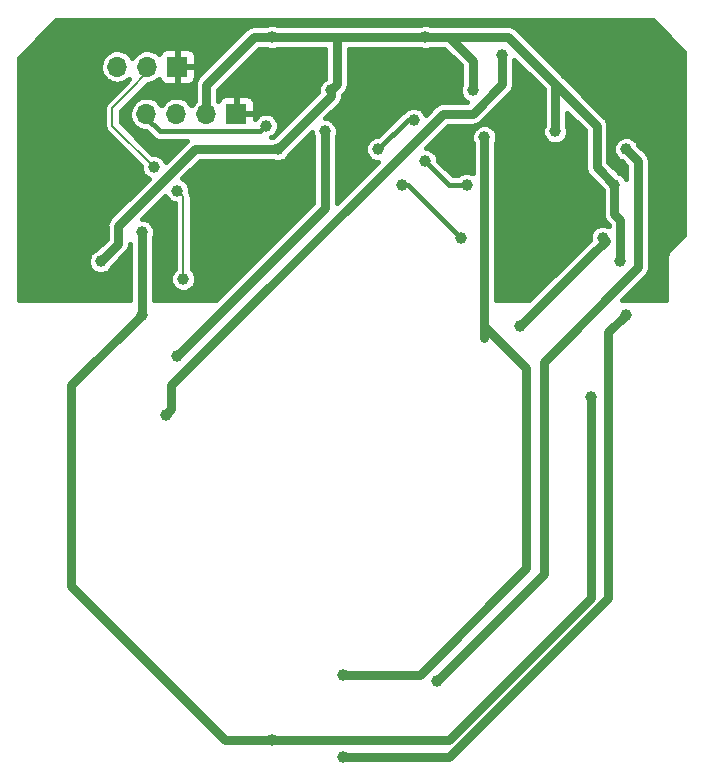
<source format=gbl>
G04 #@! TF.GenerationSoftware,KiCad,Pcbnew,(5.99.0-490-gc7ce93e10)*
G04 #@! TF.CreationDate,2019-12-10T12:24:38+01:00*
G04 #@! TF.ProjectId,Led,4c65642e-6b69-4636-9164-5f7063625858,rev?*
G04 #@! TF.SameCoordinates,Original*
G04 #@! TF.FileFunction,Copper,L2,Bot*
G04 #@! TF.FilePolarity,Positive*
%FSLAX46Y46*%
G04 Gerber Fmt 4.6, Leading zero omitted, Abs format (unit mm)*
G04 Created by KiCad (PCBNEW (5.99.0-490-gc7ce93e10)) date 2019-12-10 12:24:38*
%MOMM*%
%LPD*%
G04 APERTURE LIST*
%ADD10R,1.700000X1.700000*%
%ADD11O,1.700000X1.700000*%
%ADD12C,1.000000*%
%ADD13C,0.200000*%
%ADD14C,0.400000*%
%ADD15C,0.800000*%
G04 APERTURE END LIST*
D10*
X47000000Y-29000000D03*
D11*
X44460000Y-29000000D03*
X41920000Y-29000000D03*
D10*
X52000000Y-33000000D03*
D11*
X49460000Y-33000000D03*
X46920000Y-33000000D03*
X44380000Y-33000000D03*
D12*
X45000000Y-37500000D03*
X47000000Y-39500000D03*
X47500000Y-47000000D03*
X46500000Y-48000000D03*
X52000000Y-46000000D03*
X68000000Y-37000000D03*
X71500000Y-39000000D03*
X67000000Y-33500000D03*
X64000000Y-36000000D03*
X54500000Y-34000000D03*
X55000000Y-86000000D03*
X44000000Y-50000000D03*
X82000000Y-57000000D03*
X44000000Y-43000000D03*
X76000000Y-51000000D03*
X83000000Y-43500000D03*
X69000000Y-81000000D03*
X85000000Y-36000000D03*
X47000000Y-53500000D03*
X59500000Y-34500000D03*
X73000000Y-35000000D03*
X61000000Y-80500000D03*
X46000000Y-58500000D03*
X74500000Y-28000000D03*
X68000000Y-26500000D03*
X79000000Y-34500000D03*
X72000000Y-31000000D03*
X60000000Y-31000000D03*
X84000000Y-39000000D03*
X55500000Y-36000000D03*
X85000000Y-50000000D03*
X84500000Y-45500000D03*
X40500000Y-45500000D03*
X61000000Y-87500000D03*
X55000000Y-26500000D03*
X71000000Y-43500000D03*
X66000000Y-39000000D03*
X76500000Y-38500000D03*
X70500000Y-35500000D03*
X66500000Y-31500000D03*
D13*
X43000000Y-31000000D02*
X43000000Y-30960000D01*
X43000000Y-30960000D02*
X44460000Y-29500000D01*
X41500000Y-34000000D02*
X41500000Y-32500000D01*
X45000000Y-37500000D02*
X41500000Y-34000000D01*
X41500000Y-32500000D02*
X43000000Y-31000000D01*
X47500000Y-40000000D02*
X47000000Y-39500000D01*
X47500000Y-47000000D02*
X47500000Y-40000000D01*
X50000000Y-48000000D02*
X46500000Y-48000000D01*
X52000000Y-46000000D02*
X50000000Y-48000000D01*
D14*
X68000000Y-37000000D02*
X70000000Y-39000000D01*
X70000000Y-39000000D02*
X71500000Y-39000000D01*
X66500000Y-33500000D02*
X64000000Y-36000000D01*
X66500000Y-33500000D02*
X67000000Y-33500000D01*
X54000000Y-34500000D02*
X54500000Y-34000000D01*
X45500000Y-34500000D02*
X54000000Y-34500000D01*
X44380000Y-33380000D02*
X45500000Y-34500000D01*
X44380000Y-33000000D02*
X44380000Y-33380000D01*
D15*
X51000000Y-86000000D02*
X38000000Y-73000000D01*
X38000000Y-73000000D02*
X38000000Y-56000000D01*
X38000000Y-56000000D02*
X44000000Y-50000000D01*
X55000000Y-86000000D02*
X51000000Y-86000000D01*
X70000000Y-86000000D02*
X82000000Y-74000000D01*
X82000000Y-74000000D02*
X82000000Y-57000000D01*
X55000000Y-86000000D02*
X70000000Y-86000000D01*
X44000000Y-43000000D02*
X44000000Y-50000000D01*
X76000000Y-51000000D02*
X82000000Y-45000000D01*
X83000000Y-43500000D02*
X83250000Y-43750000D01*
X83250000Y-43750000D02*
X82000000Y-45000000D01*
X86000000Y-44000000D02*
X86000000Y-40000000D01*
X78000000Y-72000000D02*
X78000000Y-54000000D01*
X69000000Y-81000000D02*
X78000000Y-72000000D01*
X86000000Y-37000000D02*
X85000000Y-36000000D01*
X86000000Y-40000000D02*
X86000000Y-37000000D01*
X86000000Y-46000000D02*
X86000000Y-44000000D01*
X78000000Y-54000000D02*
X86000000Y-46000000D01*
X59500000Y-41000000D02*
X47500000Y-53000000D01*
X59500000Y-40000000D02*
X59500000Y-41000000D01*
X59500000Y-34500000D02*
X59500000Y-40000000D01*
X47500000Y-53000000D02*
X47000000Y-53500000D01*
X73000000Y-50000000D02*
X73000000Y-52000000D01*
X73000000Y-35000000D02*
X73000000Y-50000000D01*
X73000000Y-51000000D02*
X76500000Y-54500000D01*
X76500000Y-54500000D02*
X76500000Y-71500000D01*
X76500000Y-71500000D02*
X67500000Y-80500000D01*
X67500000Y-80500000D02*
X61000000Y-80500000D01*
X73000000Y-50000000D02*
X73000000Y-51000000D01*
X46000000Y-58500000D02*
X46500000Y-58000000D01*
X46500000Y-58000000D02*
X46500000Y-56000000D01*
X46500000Y-56000000D02*
X69500000Y-33000000D01*
X69500000Y-33000000D02*
X72000000Y-33000000D01*
X72000000Y-33000000D02*
X74500000Y-30500000D01*
X74500000Y-30500000D02*
X74500000Y-28000000D01*
X75000000Y-26500000D02*
X79000000Y-30500000D01*
X70000000Y-26500000D02*
X75000000Y-26500000D01*
X60500000Y-26500000D02*
X68000000Y-26500000D01*
X68000000Y-26500000D02*
X70000000Y-26500000D01*
X79000000Y-30500000D02*
X79000000Y-34500000D01*
X60500000Y-30500000D02*
X60000000Y-31000000D01*
X60500000Y-26500000D02*
X60500000Y-30500000D01*
X84000000Y-39000000D02*
X82500000Y-37500000D01*
X82500000Y-37500000D02*
X82500000Y-34000000D01*
X82500000Y-34000000D02*
X79000000Y-30500000D01*
X55500000Y-36000000D02*
X60000000Y-31500000D01*
X60000000Y-31500000D02*
X60000000Y-31000000D01*
X70000000Y-87500000D02*
X83500000Y-74000000D01*
X83500000Y-74000000D02*
X83500000Y-51500000D01*
X83500000Y-51500000D02*
X85000000Y-50000000D01*
X84000000Y-41500000D02*
X84500000Y-42000000D01*
X84500000Y-42000000D02*
X84500000Y-45500000D01*
X84000000Y-39000000D02*
X84000000Y-41500000D01*
X40500000Y-45500000D02*
X42000000Y-44000000D01*
X42000000Y-44000000D02*
X42000000Y-42500000D01*
X42000000Y-42500000D02*
X48500000Y-36000000D01*
X48500000Y-36000000D02*
X55500000Y-36000000D01*
X61000000Y-87500000D02*
X70000000Y-87500000D01*
X49460000Y-30540000D02*
X53500000Y-26500000D01*
X53500000Y-26500000D02*
X55000000Y-26500000D01*
X55000000Y-26500000D02*
X60500000Y-26500000D01*
X49460000Y-33000000D02*
X49460000Y-30540000D01*
X72000000Y-28500000D02*
X70000000Y-26500000D01*
X72000000Y-31000000D02*
X72000000Y-28500000D01*
D14*
X71000000Y-43500000D02*
X66500000Y-39000000D01*
X66500000Y-39000000D02*
X66000000Y-39000000D01*
G36*
X89901001Y-27748115D02*
G01*
X89901000Y-43251887D01*
X88509360Y-44643527D01*
X88487690Y-44686055D01*
X88459634Y-44724672D01*
X88444885Y-44770065D01*
X88423217Y-44812591D01*
X88415750Y-44859731D01*
X88401000Y-44905129D01*
X88401000Y-45095646D01*
X88401001Y-45095649D01*
X88401001Y-48801000D01*
X84611798Y-48801000D01*
X86690761Y-46722038D01*
X86776970Y-46642765D01*
X86824260Y-46566493D01*
X86878513Y-46495017D01*
X86896068Y-46450679D01*
X86925137Y-46403796D01*
X86937316Y-46346499D01*
X86979272Y-46240533D01*
X87007880Y-45968326D01*
X86999000Y-45915825D01*
X86999000Y-37022094D01*
X87003904Y-36905102D01*
X86983412Y-36817738D01*
X86971233Y-36728827D01*
X86952291Y-36685055D01*
X86939697Y-36631356D01*
X86907797Y-36582234D01*
X86862532Y-36477632D01*
X86690283Y-36264923D01*
X86646872Y-36234073D01*
X86037100Y-35624302D01*
X86024105Y-35575802D01*
X85879419Y-35325198D01*
X85674802Y-35120581D01*
X85424198Y-34975896D01*
X85144686Y-34901000D01*
X84855314Y-34901000D01*
X84575802Y-34975896D01*
X84325198Y-35120581D01*
X84120581Y-35325198D01*
X83975896Y-35575802D01*
X83901000Y-35855314D01*
X83901000Y-36144686D01*
X83975896Y-36424198D01*
X84120581Y-36674802D01*
X84325198Y-36879419D01*
X84575801Y-37024104D01*
X84624302Y-37037100D01*
X85001001Y-37413799D01*
X85001001Y-38535785D01*
X84879419Y-38325198D01*
X84674802Y-38120581D01*
X84424198Y-37975895D01*
X84375699Y-37962900D01*
X83499000Y-37086202D01*
X83499000Y-34022069D01*
X83503903Y-33905102D01*
X83483414Y-33817746D01*
X83471234Y-33728829D01*
X83452293Y-33685056D01*
X83439696Y-33631353D01*
X83407795Y-33582229D01*
X83362532Y-33477632D01*
X83190283Y-33264923D01*
X83146872Y-33234073D01*
X79743762Y-29830964D01*
X79690283Y-29764923D01*
X79646872Y-29734073D01*
X75722054Y-25809256D01*
X75642765Y-25723030D01*
X75566488Y-25675736D01*
X75495016Y-25621485D01*
X75450673Y-25603929D01*
X75403796Y-25574863D01*
X75346501Y-25562684D01*
X75240531Y-25520728D01*
X74968327Y-25492119D01*
X74915819Y-25501000D01*
X70052827Y-25501000D01*
X69968327Y-25492119D01*
X69915819Y-25501000D01*
X68467680Y-25501000D01*
X68424198Y-25475896D01*
X68144686Y-25401000D01*
X67855314Y-25401000D01*
X67575802Y-25475896D01*
X67532320Y-25501000D01*
X60537321Y-25501000D01*
X60436683Y-25493610D01*
X60400032Y-25501000D01*
X55467680Y-25501000D01*
X55424198Y-25475896D01*
X55144686Y-25401000D01*
X54855314Y-25401000D01*
X54575802Y-25475896D01*
X54532320Y-25501000D01*
X53522094Y-25501000D01*
X53405102Y-25496096D01*
X53317738Y-25516588D01*
X53228827Y-25528767D01*
X53185055Y-25547709D01*
X53131356Y-25560303D01*
X53082234Y-25592203D01*
X52977632Y-25637468D01*
X52764923Y-25809717D01*
X52734073Y-25853128D01*
X48769244Y-29817958D01*
X48683031Y-29897235D01*
X48635750Y-29973493D01*
X48581486Y-30044984D01*
X48563929Y-30089327D01*
X48534864Y-30136205D01*
X48522686Y-30193494D01*
X48480729Y-30299469D01*
X48452119Y-30571673D01*
X48461001Y-30624187D01*
X48461000Y-31950024D01*
X48383953Y-32020872D01*
X48227571Y-32226898D01*
X48189965Y-32300704D01*
X48101454Y-32151039D01*
X47932444Y-31955239D01*
X47731431Y-31792462D01*
X47504770Y-31667855D01*
X47259626Y-31585354D01*
X47003747Y-31547569D01*
X46745220Y-31555694D01*
X46492217Y-31609471D01*
X46252737Y-31707201D01*
X46034348Y-31845795D01*
X45843953Y-32020872D01*
X45687571Y-32226898D01*
X45649965Y-32300704D01*
X45561454Y-32151039D01*
X45392444Y-31955239D01*
X45191431Y-31792462D01*
X44964770Y-31667855D01*
X44719626Y-31585354D01*
X44463747Y-31547569D01*
X44205220Y-31555694D01*
X43952217Y-31609471D01*
X43712737Y-31707201D01*
X43494348Y-31845795D01*
X43303953Y-32020872D01*
X43147571Y-32226898D01*
X43030144Y-32457361D01*
X42955384Y-32704976D01*
X42925655Y-32961917D01*
X42941897Y-33220061D01*
X43003595Y-33471249D01*
X43108798Y-33707541D01*
X43254184Y-33921470D01*
X43435155Y-34106271D01*
X43645992Y-34256105D01*
X43880029Y-34366235D01*
X44129870Y-34433179D01*
X44319116Y-34449071D01*
X44867825Y-34997781D01*
X45024505Y-35154462D01*
X45081232Y-35183366D01*
X45132739Y-35220787D01*
X45193288Y-35240461D01*
X45250018Y-35269366D01*
X45312903Y-35279327D01*
X45373450Y-35298999D01*
X45436303Y-35298999D01*
X45436309Y-35299000D01*
X47778157Y-35299000D01*
X47764923Y-35309717D01*
X47734071Y-35353131D01*
X46019454Y-37067748D01*
X45879419Y-36825198D01*
X45674802Y-36620581D01*
X45424198Y-36475896D01*
X45144686Y-36401000D01*
X44889535Y-36401000D01*
X42199000Y-33710466D01*
X42199000Y-32789534D01*
X43472690Y-31515845D01*
X43543726Y-31456240D01*
X43590097Y-31375922D01*
X43630935Y-31317599D01*
X44496435Y-30452099D01*
X44725124Y-30430481D01*
X44974250Y-30360924D01*
X45207122Y-30248350D01*
X45416378Y-30096316D01*
X45477160Y-30032934D01*
X45522471Y-30202038D01*
X45688538Y-30399949D01*
X45904461Y-30524612D01*
X46132590Y-30564837D01*
X46945000Y-30564837D01*
X46945000Y-29055000D01*
X47055000Y-29055000D01*
X47055000Y-30564837D01*
X47876199Y-30564837D01*
X48202038Y-30477529D01*
X48399949Y-30311462D01*
X48524612Y-30095539D01*
X48564837Y-29867410D01*
X48564837Y-29055000D01*
X47055000Y-29055000D01*
X46945000Y-29055000D01*
X46945000Y-27435163D01*
X47055000Y-27435163D01*
X47055000Y-28945000D01*
X48564837Y-28945000D01*
X48564837Y-28123801D01*
X48477529Y-27797963D01*
X48311462Y-27600052D01*
X48095539Y-27475388D01*
X47867410Y-27435163D01*
X47055000Y-27435163D01*
X46945000Y-27435163D01*
X46123801Y-27435163D01*
X45797963Y-27522471D01*
X45600052Y-27688538D01*
X45475388Y-27904461D01*
X45467185Y-27950981D01*
X45271431Y-27792462D01*
X45044770Y-27667855D01*
X44799626Y-27585354D01*
X44543747Y-27547569D01*
X44285220Y-27555694D01*
X44032217Y-27609471D01*
X43792737Y-27707201D01*
X43574348Y-27845795D01*
X43383953Y-28020872D01*
X43227571Y-28226898D01*
X43189965Y-28300704D01*
X43101454Y-28151039D01*
X42932444Y-27955239D01*
X42731431Y-27792462D01*
X42504770Y-27667855D01*
X42259626Y-27585354D01*
X42003747Y-27547569D01*
X41745220Y-27555694D01*
X41492217Y-27609471D01*
X41252737Y-27707201D01*
X41034348Y-27845795D01*
X40843953Y-28020872D01*
X40687571Y-28226898D01*
X40570144Y-28457361D01*
X40495384Y-28704976D01*
X40465655Y-28961917D01*
X40481897Y-29220061D01*
X40543595Y-29471249D01*
X40648798Y-29707541D01*
X40794184Y-29921470D01*
X40975155Y-30106271D01*
X41185992Y-30256105D01*
X41420029Y-30366235D01*
X41669870Y-30433179D01*
X41927617Y-30454823D01*
X42185124Y-30430481D01*
X42434250Y-30360924D01*
X42667122Y-30248350D01*
X42871887Y-30099579D01*
X42527316Y-30444150D01*
X42456274Y-30503760D01*
X42409904Y-30584077D01*
X42369066Y-30642399D01*
X41027317Y-31984149D01*
X40956276Y-32043760D01*
X40909910Y-32124068D01*
X40856719Y-32200033D01*
X40848636Y-32230199D01*
X40833023Y-32257240D01*
X40816920Y-32348561D01*
X40792918Y-32438139D01*
X40801001Y-32530528D01*
X40801000Y-33969484D01*
X40792918Y-34061862D01*
X40816920Y-34151436D01*
X40833022Y-34242759D01*
X40848636Y-34269802D01*
X40856718Y-34299965D01*
X40909901Y-34375919D01*
X40956274Y-34456240D01*
X41027318Y-34515852D01*
X43901000Y-37389535D01*
X43901000Y-37644686D01*
X43975896Y-37924198D01*
X44120581Y-38174802D01*
X44325198Y-38379419D01*
X44567748Y-38519454D01*
X41309245Y-41777957D01*
X41223031Y-41857235D01*
X41175750Y-41933493D01*
X41121486Y-42004984D01*
X41103929Y-42049327D01*
X41074864Y-42096205D01*
X41062686Y-42153494D01*
X41020729Y-42259469D01*
X40992119Y-42531673D01*
X41001001Y-42584187D01*
X41001000Y-43586201D01*
X40124302Y-44462900D01*
X40075802Y-44475895D01*
X39825198Y-44620581D01*
X39620581Y-44825198D01*
X39475896Y-45075802D01*
X39401000Y-45355314D01*
X39401000Y-45644686D01*
X39475896Y-45924198D01*
X39620581Y-46174802D01*
X39825198Y-46379419D01*
X40075802Y-46524104D01*
X40355314Y-46599000D01*
X40644686Y-46599000D01*
X40924198Y-46524104D01*
X41174802Y-46379419D01*
X41379419Y-46174802D01*
X41524104Y-45924198D01*
X41537100Y-45875697D01*
X42690746Y-44722051D01*
X42776970Y-44642766D01*
X42824259Y-44566494D01*
X42878513Y-44495018D01*
X42896068Y-44450678D01*
X42925137Y-44403796D01*
X42937316Y-44346499D01*
X42979272Y-44240533D01*
X43001000Y-44033789D01*
X43001001Y-48801000D01*
X33599000Y-48801000D01*
X33599000Y-28248113D01*
X36748113Y-25099000D01*
X87251887Y-25099000D01*
X89901001Y-27748115D01*
G37*
X89901001Y-27748115D02*
X89901000Y-43251887D01*
X88509360Y-44643527D01*
X88487690Y-44686055D01*
X88459634Y-44724672D01*
X88444885Y-44770065D01*
X88423217Y-44812591D01*
X88415750Y-44859731D01*
X88401000Y-44905129D01*
X88401000Y-45095646D01*
X88401001Y-45095649D01*
X88401001Y-48801000D01*
X84611798Y-48801000D01*
X86690761Y-46722038D01*
X86776970Y-46642765D01*
X86824260Y-46566493D01*
X86878513Y-46495017D01*
X86896068Y-46450679D01*
X86925137Y-46403796D01*
X86937316Y-46346499D01*
X86979272Y-46240533D01*
X87007880Y-45968326D01*
X86999000Y-45915825D01*
X86999000Y-37022094D01*
X87003904Y-36905102D01*
X86983412Y-36817738D01*
X86971233Y-36728827D01*
X86952291Y-36685055D01*
X86939697Y-36631356D01*
X86907797Y-36582234D01*
X86862532Y-36477632D01*
X86690283Y-36264923D01*
X86646872Y-36234073D01*
X86037100Y-35624302D01*
X86024105Y-35575802D01*
X85879419Y-35325198D01*
X85674802Y-35120581D01*
X85424198Y-34975896D01*
X85144686Y-34901000D01*
X84855314Y-34901000D01*
X84575802Y-34975896D01*
X84325198Y-35120581D01*
X84120581Y-35325198D01*
X83975896Y-35575802D01*
X83901000Y-35855314D01*
X83901000Y-36144686D01*
X83975896Y-36424198D01*
X84120581Y-36674802D01*
X84325198Y-36879419D01*
X84575801Y-37024104D01*
X84624302Y-37037100D01*
X85001001Y-37413799D01*
X85001001Y-38535785D01*
X84879419Y-38325198D01*
X84674802Y-38120581D01*
X84424198Y-37975895D01*
X84375699Y-37962900D01*
X83499000Y-37086202D01*
X83499000Y-34022069D01*
X83503903Y-33905102D01*
X83483414Y-33817746D01*
X83471234Y-33728829D01*
X83452293Y-33685056D01*
X83439696Y-33631353D01*
X83407795Y-33582229D01*
X83362532Y-33477632D01*
X83190283Y-33264923D01*
X83146872Y-33234073D01*
X79743762Y-29830964D01*
X79690283Y-29764923D01*
X79646872Y-29734073D01*
X75722054Y-25809256D01*
X75642765Y-25723030D01*
X75566488Y-25675736D01*
X75495016Y-25621485D01*
X75450673Y-25603929D01*
X75403796Y-25574863D01*
X75346501Y-25562684D01*
X75240531Y-25520728D01*
X74968327Y-25492119D01*
X74915819Y-25501000D01*
X70052827Y-25501000D01*
X69968327Y-25492119D01*
X69915819Y-25501000D01*
X68467680Y-25501000D01*
X68424198Y-25475896D01*
X68144686Y-25401000D01*
X67855314Y-25401000D01*
X67575802Y-25475896D01*
X67532320Y-25501000D01*
X60537321Y-25501000D01*
X60436683Y-25493610D01*
X60400032Y-25501000D01*
X55467680Y-25501000D01*
X55424198Y-25475896D01*
X55144686Y-25401000D01*
X54855314Y-25401000D01*
X54575802Y-25475896D01*
X54532320Y-25501000D01*
X53522094Y-25501000D01*
X53405102Y-25496096D01*
X53317738Y-25516588D01*
X53228827Y-25528767D01*
X53185055Y-25547709D01*
X53131356Y-25560303D01*
X53082234Y-25592203D01*
X52977632Y-25637468D01*
X52764923Y-25809717D01*
X52734073Y-25853128D01*
X48769244Y-29817958D01*
X48683031Y-29897235D01*
X48635750Y-29973493D01*
X48581486Y-30044984D01*
X48563929Y-30089327D01*
X48534864Y-30136205D01*
X48522686Y-30193494D01*
X48480729Y-30299469D01*
X48452119Y-30571673D01*
X48461001Y-30624187D01*
X48461000Y-31950024D01*
X48383953Y-32020872D01*
X48227571Y-32226898D01*
X48189965Y-32300704D01*
X48101454Y-32151039D01*
X47932444Y-31955239D01*
X47731431Y-31792462D01*
X47504770Y-31667855D01*
X47259626Y-31585354D01*
X47003747Y-31547569D01*
X46745220Y-31555694D01*
X46492217Y-31609471D01*
X46252737Y-31707201D01*
X46034348Y-31845795D01*
X45843953Y-32020872D01*
X45687571Y-32226898D01*
X45649965Y-32300704D01*
X45561454Y-32151039D01*
X45392444Y-31955239D01*
X45191431Y-31792462D01*
X44964770Y-31667855D01*
X44719626Y-31585354D01*
X44463747Y-31547569D01*
X44205220Y-31555694D01*
X43952217Y-31609471D01*
X43712737Y-31707201D01*
X43494348Y-31845795D01*
X43303953Y-32020872D01*
X43147571Y-32226898D01*
X43030144Y-32457361D01*
X42955384Y-32704976D01*
X42925655Y-32961917D01*
X42941897Y-33220061D01*
X43003595Y-33471249D01*
X43108798Y-33707541D01*
X43254184Y-33921470D01*
X43435155Y-34106271D01*
X43645992Y-34256105D01*
X43880029Y-34366235D01*
X44129870Y-34433179D01*
X44319116Y-34449071D01*
X44867825Y-34997781D01*
X45024505Y-35154462D01*
X45081232Y-35183366D01*
X45132739Y-35220787D01*
X45193288Y-35240461D01*
X45250018Y-35269366D01*
X45312903Y-35279327D01*
X45373450Y-35298999D01*
X45436303Y-35298999D01*
X45436309Y-35299000D01*
X47778157Y-35299000D01*
X47764923Y-35309717D01*
X47734071Y-35353131D01*
X46019454Y-37067748D01*
X45879419Y-36825198D01*
X45674802Y-36620581D01*
X45424198Y-36475896D01*
X45144686Y-36401000D01*
X44889535Y-36401000D01*
X42199000Y-33710466D01*
X42199000Y-32789534D01*
X43472690Y-31515845D01*
X43543726Y-31456240D01*
X43590097Y-31375922D01*
X43630935Y-31317599D01*
X44496435Y-30452099D01*
X44725124Y-30430481D01*
X44974250Y-30360924D01*
X45207122Y-30248350D01*
X45416378Y-30096316D01*
X45477160Y-30032934D01*
X45522471Y-30202038D01*
X45688538Y-30399949D01*
X45904461Y-30524612D01*
X46132590Y-30564837D01*
X46945000Y-30564837D01*
X46945000Y-29055000D01*
X47055000Y-29055000D01*
X47055000Y-30564837D01*
X47876199Y-30564837D01*
X48202038Y-30477529D01*
X48399949Y-30311462D01*
X48524612Y-30095539D01*
X48564837Y-29867410D01*
X48564837Y-29055000D01*
X47055000Y-29055000D01*
X46945000Y-29055000D01*
X46945000Y-27435163D01*
X47055000Y-27435163D01*
X47055000Y-28945000D01*
X48564837Y-28945000D01*
X48564837Y-28123801D01*
X48477529Y-27797963D01*
X48311462Y-27600052D01*
X48095539Y-27475388D01*
X47867410Y-27435163D01*
X47055000Y-27435163D01*
X46945000Y-27435163D01*
X46123801Y-27435163D01*
X45797963Y-27522471D01*
X45600052Y-27688538D01*
X45475388Y-27904461D01*
X45467185Y-27950981D01*
X45271431Y-27792462D01*
X45044770Y-27667855D01*
X44799626Y-27585354D01*
X44543747Y-27547569D01*
X44285220Y-27555694D01*
X44032217Y-27609471D01*
X43792737Y-27707201D01*
X43574348Y-27845795D01*
X43383953Y-28020872D01*
X43227571Y-28226898D01*
X43189965Y-28300704D01*
X43101454Y-28151039D01*
X42932444Y-27955239D01*
X42731431Y-27792462D01*
X42504770Y-27667855D01*
X42259626Y-27585354D01*
X42003747Y-27547569D01*
X41745220Y-27555694D01*
X41492217Y-27609471D01*
X41252737Y-27707201D01*
X41034348Y-27845795D01*
X40843953Y-28020872D01*
X40687571Y-28226898D01*
X40570144Y-28457361D01*
X40495384Y-28704976D01*
X40465655Y-28961917D01*
X40481897Y-29220061D01*
X40543595Y-29471249D01*
X40648798Y-29707541D01*
X40794184Y-29921470D01*
X40975155Y-30106271D01*
X41185992Y-30256105D01*
X41420029Y-30366235D01*
X41669870Y-30433179D01*
X41927617Y-30454823D01*
X42185124Y-30430481D01*
X42434250Y-30360924D01*
X42667122Y-30248350D01*
X42871887Y-30099579D01*
X42527316Y-30444150D01*
X42456274Y-30503760D01*
X42409904Y-30584077D01*
X42369066Y-30642399D01*
X41027317Y-31984149D01*
X40956276Y-32043760D01*
X40909910Y-32124068D01*
X40856719Y-32200033D01*
X40848636Y-32230199D01*
X40833023Y-32257240D01*
X40816920Y-32348561D01*
X40792918Y-32438139D01*
X40801001Y-32530528D01*
X40801000Y-33969484D01*
X40792918Y-34061862D01*
X40816920Y-34151436D01*
X40833022Y-34242759D01*
X40848636Y-34269802D01*
X40856718Y-34299965D01*
X40909901Y-34375919D01*
X40956274Y-34456240D01*
X41027318Y-34515852D01*
X43901000Y-37389535D01*
X43901000Y-37644686D01*
X43975896Y-37924198D01*
X44120581Y-38174802D01*
X44325198Y-38379419D01*
X44567748Y-38519454D01*
X41309245Y-41777957D01*
X41223031Y-41857235D01*
X41175750Y-41933493D01*
X41121486Y-42004984D01*
X41103929Y-42049327D01*
X41074864Y-42096205D01*
X41062686Y-42153494D01*
X41020729Y-42259469D01*
X40992119Y-42531673D01*
X41001001Y-42584187D01*
X41001000Y-43586201D01*
X40124302Y-44462900D01*
X40075802Y-44475895D01*
X39825198Y-44620581D01*
X39620581Y-44825198D01*
X39475896Y-45075802D01*
X39401000Y-45355314D01*
X39401000Y-45644686D01*
X39475896Y-45924198D01*
X39620581Y-46174802D01*
X39825198Y-46379419D01*
X40075802Y-46524104D01*
X40355314Y-46599000D01*
X40644686Y-46599000D01*
X40924198Y-46524104D01*
X41174802Y-46379419D01*
X41379419Y-46174802D01*
X41524104Y-45924198D01*
X41537100Y-45875697D01*
X42690746Y-44722051D01*
X42776970Y-44642766D01*
X42824259Y-44566494D01*
X42878513Y-44495018D01*
X42896068Y-44450678D01*
X42925137Y-44403796D01*
X42937316Y-44346499D01*
X42979272Y-44240533D01*
X43001000Y-44033789D01*
X43001001Y-48801000D01*
X33599000Y-48801000D01*
X33599000Y-28248113D01*
X36748113Y-25099000D01*
X87251887Y-25099000D01*
X89901001Y-27748115D01*
G36*
X58401000Y-34644686D02*
G01*
X58475896Y-34924198D01*
X58501000Y-34967680D01*
X58501001Y-39944908D01*
X58501000Y-39944913D01*
X58501001Y-40586200D01*
X50286202Y-48801000D01*
X44999000Y-48801000D01*
X44999000Y-43467680D01*
X45024104Y-43424198D01*
X45099000Y-43144686D01*
X45099000Y-42855314D01*
X45024104Y-42575802D01*
X44879419Y-42325198D01*
X44674802Y-42120581D01*
X44424198Y-41975896D01*
X44144686Y-41901000D01*
X44011797Y-41901000D01*
X45980546Y-39932252D01*
X46120581Y-40174802D01*
X46325198Y-40379419D01*
X46575802Y-40524104D01*
X46801001Y-40584447D01*
X46801000Y-46144779D01*
X46620581Y-46325198D01*
X46475896Y-46575802D01*
X46401000Y-46855314D01*
X46401000Y-47144686D01*
X46475896Y-47424198D01*
X46620581Y-47674802D01*
X46825198Y-47879419D01*
X47075802Y-48024104D01*
X47355314Y-48099000D01*
X47644686Y-48099000D01*
X47924198Y-48024104D01*
X48174802Y-47879419D01*
X48379419Y-47674802D01*
X48524104Y-47424198D01*
X48599000Y-47144686D01*
X48599000Y-46855314D01*
X48524104Y-46575802D01*
X48379419Y-46325198D01*
X48199000Y-46144779D01*
X48199000Y-40030515D01*
X48207082Y-39938140D01*
X48183083Y-39848574D01*
X48166977Y-39757239D01*
X48151364Y-39730197D01*
X48143282Y-39700034D01*
X48099000Y-39636792D01*
X48099000Y-39355314D01*
X48024104Y-39075802D01*
X47879419Y-38825198D01*
X47674802Y-38620581D01*
X47432252Y-38480546D01*
X48913799Y-36999000D01*
X55032320Y-36999000D01*
X55075802Y-37024104D01*
X55355314Y-37099000D01*
X55644686Y-37099000D01*
X55924198Y-37024104D01*
X56174802Y-36879419D01*
X56379419Y-36674802D01*
X56524104Y-36424198D01*
X56537100Y-36375697D01*
X58401000Y-34511798D01*
X58401000Y-34644686D01*
G37*
X58401000Y-34644686D02*
X58475896Y-34924198D01*
X58501000Y-34967680D01*
X58501001Y-39944908D01*
X58501000Y-39944913D01*
X58501001Y-40586200D01*
X50286202Y-48801000D01*
X44999000Y-48801000D01*
X44999000Y-43467680D01*
X45024104Y-43424198D01*
X45099000Y-43144686D01*
X45099000Y-42855314D01*
X45024104Y-42575802D01*
X44879419Y-42325198D01*
X44674802Y-42120581D01*
X44424198Y-41975896D01*
X44144686Y-41901000D01*
X44011797Y-41901000D01*
X45980546Y-39932252D01*
X46120581Y-40174802D01*
X46325198Y-40379419D01*
X46575802Y-40524104D01*
X46801001Y-40584447D01*
X46801000Y-46144779D01*
X46620581Y-46325198D01*
X46475896Y-46575802D01*
X46401000Y-46855314D01*
X46401000Y-47144686D01*
X46475896Y-47424198D01*
X46620581Y-47674802D01*
X46825198Y-47879419D01*
X47075802Y-48024104D01*
X47355314Y-48099000D01*
X47644686Y-48099000D01*
X47924198Y-48024104D01*
X48174802Y-47879419D01*
X48379419Y-47674802D01*
X48524104Y-47424198D01*
X48599000Y-47144686D01*
X48599000Y-46855314D01*
X48524104Y-46575802D01*
X48379419Y-46325198D01*
X48199000Y-46144779D01*
X48199000Y-40030515D01*
X48207082Y-39938140D01*
X48183083Y-39848574D01*
X48166977Y-39757239D01*
X48151364Y-39730197D01*
X48143282Y-39700034D01*
X48099000Y-39636792D01*
X48099000Y-39355314D01*
X48024104Y-39075802D01*
X47879419Y-38825198D01*
X47674802Y-38620581D01*
X47432252Y-38480546D01*
X48913799Y-36999000D01*
X55032320Y-36999000D01*
X55075802Y-37024104D01*
X55355314Y-37099000D01*
X55644686Y-37099000D01*
X55924198Y-37024104D01*
X56174802Y-36879419D01*
X56379419Y-36674802D01*
X56524104Y-36424198D01*
X56537100Y-36375697D01*
X58401000Y-34511798D01*
X58401000Y-34644686D01*
G36*
X78001000Y-30913798D02*
G01*
X78001001Y-34032319D01*
X77975896Y-34075802D01*
X77901000Y-34355314D01*
X77901000Y-34644686D01*
X77975896Y-34924198D01*
X78120581Y-35174802D01*
X78325198Y-35379419D01*
X78575802Y-35524104D01*
X78855314Y-35599000D01*
X79144686Y-35599000D01*
X79424198Y-35524104D01*
X79674802Y-35379419D01*
X79879419Y-35174802D01*
X80024104Y-34924198D01*
X80099000Y-34644686D01*
X80099000Y-34355314D01*
X80024104Y-34075802D01*
X79999000Y-34032320D01*
X79999000Y-32911798D01*
X81501001Y-34413800D01*
X81501000Y-37477905D01*
X81496096Y-37594897D01*
X81516588Y-37682261D01*
X81528767Y-37771172D01*
X81547709Y-37814944D01*
X81560303Y-37868644D01*
X81592204Y-37917766D01*
X81637468Y-38022367D01*
X81809717Y-38235076D01*
X81853134Y-38265931D01*
X82962900Y-39375698D01*
X82975896Y-39424198D01*
X83001000Y-39467680D01*
X83001001Y-41477883D01*
X82996096Y-41594897D01*
X83016590Y-41682270D01*
X83028768Y-41771172D01*
X83047707Y-41814938D01*
X83060304Y-41868645D01*
X83092203Y-41917765D01*
X83137469Y-42022368D01*
X83309718Y-42235077D01*
X83353128Y-42265926D01*
X83501000Y-42413799D01*
X83501000Y-42520237D01*
X83424198Y-42475896D01*
X83144686Y-42401000D01*
X82855314Y-42401000D01*
X82575802Y-42475896D01*
X82325198Y-42620581D01*
X82120581Y-42825198D01*
X81975896Y-43075802D01*
X81901000Y-43355314D01*
X81901000Y-43644686D01*
X81909773Y-43677428D01*
X81332558Y-44254644D01*
X81332552Y-44254648D01*
X76786202Y-48801000D01*
X73999000Y-48801000D01*
X73999000Y-35467680D01*
X74024104Y-35424198D01*
X74099000Y-35144686D01*
X74099000Y-34855314D01*
X74024104Y-34575802D01*
X73879419Y-34325198D01*
X73674802Y-34120581D01*
X73424198Y-33975896D01*
X73144686Y-33901000D01*
X72855314Y-33901000D01*
X72575802Y-33975896D01*
X72325198Y-34120581D01*
X72120581Y-34325198D01*
X71975896Y-34575802D01*
X71901000Y-34855314D01*
X71901000Y-35144686D01*
X71975896Y-35424198D01*
X72001000Y-35467680D01*
X72001000Y-38020237D01*
X71924198Y-37975896D01*
X71644686Y-37901000D01*
X71355314Y-37901000D01*
X71075802Y-37975896D01*
X70825198Y-38120581D01*
X70744780Y-38201000D01*
X70330956Y-38201000D01*
X69099000Y-36969045D01*
X69099000Y-36855314D01*
X69024104Y-36575802D01*
X68879419Y-36325198D01*
X68674802Y-36120581D01*
X68424198Y-35975896D01*
X68144686Y-35901000D01*
X68011799Y-35901000D01*
X69913799Y-33999000D01*
X71977906Y-33999000D01*
X72094896Y-34003904D01*
X72182256Y-33983414D01*
X72271173Y-33971233D01*
X72314945Y-33952292D01*
X72368646Y-33939696D01*
X72417761Y-33907799D01*
X72522368Y-33862532D01*
X72735076Y-33690283D01*
X72765931Y-33646866D01*
X75190761Y-31222038D01*
X75276970Y-31142765D01*
X75324257Y-31066499D01*
X75378513Y-30995019D01*
X75396069Y-30950678D01*
X75425138Y-30903792D01*
X75437316Y-30846498D01*
X75479271Y-30740533D01*
X75507881Y-30468327D01*
X75499000Y-30415819D01*
X75499000Y-28467680D01*
X75519454Y-28432251D01*
X78001000Y-30913798D01*
G37*
X78001000Y-30913798D02*
X78001001Y-34032319D01*
X77975896Y-34075802D01*
X77901000Y-34355314D01*
X77901000Y-34644686D01*
X77975896Y-34924198D01*
X78120581Y-35174802D01*
X78325198Y-35379419D01*
X78575802Y-35524104D01*
X78855314Y-35599000D01*
X79144686Y-35599000D01*
X79424198Y-35524104D01*
X79674802Y-35379419D01*
X79879419Y-35174802D01*
X80024104Y-34924198D01*
X80099000Y-34644686D01*
X80099000Y-34355314D01*
X80024104Y-34075802D01*
X79999000Y-34032320D01*
X79999000Y-32911798D01*
X81501001Y-34413800D01*
X81501000Y-37477905D01*
X81496096Y-37594897D01*
X81516588Y-37682261D01*
X81528767Y-37771172D01*
X81547709Y-37814944D01*
X81560303Y-37868644D01*
X81592204Y-37917766D01*
X81637468Y-38022367D01*
X81809717Y-38235076D01*
X81853134Y-38265931D01*
X82962900Y-39375698D01*
X82975896Y-39424198D01*
X83001000Y-39467680D01*
X83001001Y-41477883D01*
X82996096Y-41594897D01*
X83016590Y-41682270D01*
X83028768Y-41771172D01*
X83047707Y-41814938D01*
X83060304Y-41868645D01*
X83092203Y-41917765D01*
X83137469Y-42022368D01*
X83309718Y-42235077D01*
X83353128Y-42265926D01*
X83501000Y-42413799D01*
X83501000Y-42520237D01*
X83424198Y-42475896D01*
X83144686Y-42401000D01*
X82855314Y-42401000D01*
X82575802Y-42475896D01*
X82325198Y-42620581D01*
X82120581Y-42825198D01*
X81975896Y-43075802D01*
X81901000Y-43355314D01*
X81901000Y-43644686D01*
X81909773Y-43677428D01*
X81332558Y-44254644D01*
X81332552Y-44254648D01*
X76786202Y-48801000D01*
X73999000Y-48801000D01*
X73999000Y-35467680D01*
X74024104Y-35424198D01*
X74099000Y-35144686D01*
X74099000Y-34855314D01*
X74024104Y-34575802D01*
X73879419Y-34325198D01*
X73674802Y-34120581D01*
X73424198Y-33975896D01*
X73144686Y-33901000D01*
X72855314Y-33901000D01*
X72575802Y-33975896D01*
X72325198Y-34120581D01*
X72120581Y-34325198D01*
X71975896Y-34575802D01*
X71901000Y-34855314D01*
X71901000Y-35144686D01*
X71975896Y-35424198D01*
X72001000Y-35467680D01*
X72001000Y-38020237D01*
X71924198Y-37975896D01*
X71644686Y-37901000D01*
X71355314Y-37901000D01*
X71075802Y-37975896D01*
X70825198Y-38120581D01*
X70744780Y-38201000D01*
X70330956Y-38201000D01*
X69099000Y-36969045D01*
X69099000Y-36855314D01*
X69024104Y-36575802D01*
X68879419Y-36325198D01*
X68674802Y-36120581D01*
X68424198Y-35975896D01*
X68144686Y-35901000D01*
X68011799Y-35901000D01*
X69913799Y-33999000D01*
X71977906Y-33999000D01*
X72094896Y-34003904D01*
X72182256Y-33983414D01*
X72271173Y-33971233D01*
X72314945Y-33952292D01*
X72368646Y-33939696D01*
X72417761Y-33907799D01*
X72522368Y-33862532D01*
X72735076Y-33690283D01*
X72765931Y-33646866D01*
X75190761Y-31222038D01*
X75276970Y-31142765D01*
X75324257Y-31066499D01*
X75378513Y-30995019D01*
X75396069Y-30950678D01*
X75425138Y-30903792D01*
X75437316Y-30846498D01*
X75479271Y-30740533D01*
X75507881Y-30468327D01*
X75499000Y-30415819D01*
X75499000Y-28467680D01*
X75519454Y-28432251D01*
X78001000Y-30913798D01*
G36*
X67575802Y-27524104D02*
G01*
X67855314Y-27599000D01*
X68144686Y-27599000D01*
X68424198Y-27524104D01*
X68467680Y-27499000D01*
X69586203Y-27499000D01*
X71001001Y-28913800D01*
X71001000Y-30532320D01*
X70975896Y-30575802D01*
X70901000Y-30855314D01*
X70901000Y-31144686D01*
X70975896Y-31424198D01*
X71120581Y-31674802D01*
X71325198Y-31879419D01*
X71535784Y-32001000D01*
X69522094Y-32001000D01*
X69405102Y-31996096D01*
X69317738Y-32016588D01*
X69228827Y-32028767D01*
X69185055Y-32047709D01*
X69131356Y-32060303D01*
X69082234Y-32092203D01*
X68977632Y-32137468D01*
X68764923Y-32309717D01*
X68734073Y-32353128D01*
X68019454Y-33067747D01*
X67879419Y-32825198D01*
X67674802Y-32620581D01*
X67424198Y-32475896D01*
X67144686Y-32401000D01*
X66855314Y-32401000D01*
X66575802Y-32475896D01*
X66325198Y-32620581D01*
X66182849Y-32762931D01*
X66132740Y-32779212D01*
X66081236Y-32816632D01*
X66024505Y-32845538D01*
X65968412Y-32901632D01*
X63969045Y-34901000D01*
X63855314Y-34901000D01*
X63575802Y-34975896D01*
X63325198Y-35120581D01*
X63120581Y-35325198D01*
X62975896Y-35575802D01*
X62901000Y-35855314D01*
X62901000Y-36144686D01*
X62975896Y-36424198D01*
X63120581Y-36674802D01*
X63325198Y-36879419D01*
X63575802Y-37024104D01*
X63855314Y-37099000D01*
X63988201Y-37099000D01*
X60499000Y-40588202D01*
X60499000Y-34967680D01*
X60524104Y-34924198D01*
X60599000Y-34644686D01*
X60599000Y-34355314D01*
X60524104Y-34075802D01*
X60379419Y-33825198D01*
X60174802Y-33620581D01*
X59924198Y-33475896D01*
X59644686Y-33401000D01*
X59511798Y-33401000D01*
X60690761Y-32222038D01*
X60776970Y-32142765D01*
X60824257Y-32066499D01*
X60878513Y-31995019D01*
X60896069Y-31950678D01*
X60925138Y-31903792D01*
X60937316Y-31846498D01*
X60979271Y-31740533D01*
X61007881Y-31468327D01*
X61005784Y-31455929D01*
X61024104Y-31424198D01*
X61037100Y-31375698D01*
X61190755Y-31222043D01*
X61276970Y-31142765D01*
X61324259Y-31066496D01*
X61378513Y-30995020D01*
X61396069Y-30950678D01*
X61425138Y-30903792D01*
X61437316Y-30846498D01*
X61479271Y-30740533D01*
X61507881Y-30468327D01*
X61499000Y-30415819D01*
X61499000Y-27499000D01*
X67532320Y-27499000D01*
X67575802Y-27524104D01*
G37*
X67575802Y-27524104D02*
X67855314Y-27599000D01*
X68144686Y-27599000D01*
X68424198Y-27524104D01*
X68467680Y-27499000D01*
X69586203Y-27499000D01*
X71001001Y-28913800D01*
X71001000Y-30532320D01*
X70975896Y-30575802D01*
X70901000Y-30855314D01*
X70901000Y-31144686D01*
X70975896Y-31424198D01*
X71120581Y-31674802D01*
X71325198Y-31879419D01*
X71535784Y-32001000D01*
X69522094Y-32001000D01*
X69405102Y-31996096D01*
X69317738Y-32016588D01*
X69228827Y-32028767D01*
X69185055Y-32047709D01*
X69131356Y-32060303D01*
X69082234Y-32092203D01*
X68977632Y-32137468D01*
X68764923Y-32309717D01*
X68734073Y-32353128D01*
X68019454Y-33067747D01*
X67879419Y-32825198D01*
X67674802Y-32620581D01*
X67424198Y-32475896D01*
X67144686Y-32401000D01*
X66855314Y-32401000D01*
X66575802Y-32475896D01*
X66325198Y-32620581D01*
X66182849Y-32762931D01*
X66132740Y-32779212D01*
X66081236Y-32816632D01*
X66024505Y-32845538D01*
X65968412Y-32901632D01*
X63969045Y-34901000D01*
X63855314Y-34901000D01*
X63575802Y-34975896D01*
X63325198Y-35120581D01*
X63120581Y-35325198D01*
X62975896Y-35575802D01*
X62901000Y-35855314D01*
X62901000Y-36144686D01*
X62975896Y-36424198D01*
X63120581Y-36674802D01*
X63325198Y-36879419D01*
X63575802Y-37024104D01*
X63855314Y-37099000D01*
X63988201Y-37099000D01*
X60499000Y-40588202D01*
X60499000Y-34967680D01*
X60524104Y-34924198D01*
X60599000Y-34644686D01*
X60599000Y-34355314D01*
X60524104Y-34075802D01*
X60379419Y-33825198D01*
X60174802Y-33620581D01*
X59924198Y-33475896D01*
X59644686Y-33401000D01*
X59511798Y-33401000D01*
X60690761Y-32222038D01*
X60776970Y-32142765D01*
X60824257Y-32066499D01*
X60878513Y-31995019D01*
X60896069Y-31950678D01*
X60925138Y-31903792D01*
X60937316Y-31846498D01*
X60979271Y-31740533D01*
X61007881Y-31468327D01*
X61005784Y-31455929D01*
X61024104Y-31424198D01*
X61037100Y-31375698D01*
X61190755Y-31222043D01*
X61276970Y-31142765D01*
X61324259Y-31066496D01*
X61378513Y-30995020D01*
X61396069Y-30950678D01*
X61425138Y-30903792D01*
X61437316Y-30846498D01*
X61479271Y-30740533D01*
X61507881Y-30468327D01*
X61499000Y-30415819D01*
X61499000Y-27499000D01*
X67532320Y-27499000D01*
X67575802Y-27524104D01*
G36*
X54575802Y-27524104D02*
G01*
X54855314Y-27599000D01*
X55144686Y-27599000D01*
X55424198Y-27524104D01*
X55467680Y-27499000D01*
X59501000Y-27499000D01*
X59501001Y-30019082D01*
X59325198Y-30120581D01*
X59120581Y-30325198D01*
X58975896Y-30575802D01*
X58901000Y-30855314D01*
X58901000Y-31144686D01*
X58909773Y-31177429D01*
X55124302Y-34962900D01*
X55075802Y-34975896D01*
X55032320Y-35001000D01*
X54964216Y-35001000D01*
X55174802Y-34879419D01*
X55379419Y-34674802D01*
X55524104Y-34424198D01*
X55599000Y-34144686D01*
X55599000Y-33855314D01*
X55524104Y-33575802D01*
X55379419Y-33325198D01*
X55174802Y-33120581D01*
X54924198Y-32975896D01*
X54644686Y-32901000D01*
X54355314Y-32901000D01*
X54075802Y-32975896D01*
X53825198Y-33120581D01*
X53620581Y-33325198D01*
X53564837Y-33421750D01*
X53564837Y-33055000D01*
X51945000Y-33055000D01*
X51945000Y-31435163D01*
X52055000Y-31435163D01*
X52055000Y-32945000D01*
X53564837Y-32945000D01*
X53564837Y-32123801D01*
X53477529Y-31797963D01*
X53311462Y-31600052D01*
X53095539Y-31475388D01*
X52867410Y-31435163D01*
X52055000Y-31435163D01*
X51945000Y-31435163D01*
X51123801Y-31435163D01*
X50797963Y-31522471D01*
X50600052Y-31688538D01*
X50475388Y-31904461D01*
X50467185Y-31950981D01*
X50459000Y-31944352D01*
X50459000Y-30953797D01*
X53913799Y-27499000D01*
X54532320Y-27499000D01*
X54575802Y-27524104D01*
G37*
X54575802Y-27524104D02*
X54855314Y-27599000D01*
X55144686Y-27599000D01*
X55424198Y-27524104D01*
X55467680Y-27499000D01*
X59501000Y-27499000D01*
X59501001Y-30019082D01*
X59325198Y-30120581D01*
X59120581Y-30325198D01*
X58975896Y-30575802D01*
X58901000Y-30855314D01*
X58901000Y-31144686D01*
X58909773Y-31177429D01*
X55124302Y-34962900D01*
X55075802Y-34975896D01*
X55032320Y-35001000D01*
X54964216Y-35001000D01*
X55174802Y-34879419D01*
X55379419Y-34674802D01*
X55524104Y-34424198D01*
X55599000Y-34144686D01*
X55599000Y-33855314D01*
X55524104Y-33575802D01*
X55379419Y-33325198D01*
X55174802Y-33120581D01*
X54924198Y-32975896D01*
X54644686Y-32901000D01*
X54355314Y-32901000D01*
X54075802Y-32975896D01*
X53825198Y-33120581D01*
X53620581Y-33325198D01*
X53564837Y-33421750D01*
X53564837Y-33055000D01*
X51945000Y-33055000D01*
X51945000Y-31435163D01*
X52055000Y-31435163D01*
X52055000Y-32945000D01*
X53564837Y-32945000D01*
X53564837Y-32123801D01*
X53477529Y-31797963D01*
X53311462Y-31600052D01*
X53095539Y-31475388D01*
X52867410Y-31435163D01*
X52055000Y-31435163D01*
X51945000Y-31435163D01*
X51123801Y-31435163D01*
X50797963Y-31522471D01*
X50600052Y-31688538D01*
X50475388Y-31904461D01*
X50467185Y-31950981D01*
X50459000Y-31944352D01*
X50459000Y-30953797D01*
X53913799Y-27499000D01*
X54532320Y-27499000D01*
X54575802Y-27524104D01*
M02*

</source>
